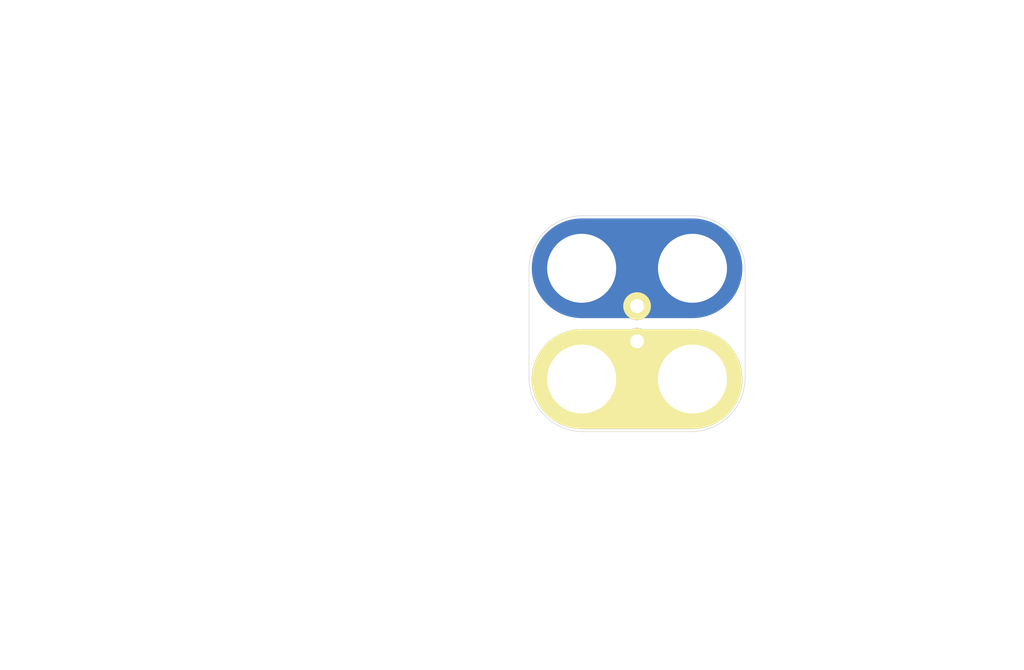
<source format=kicad_pcb>
(kicad_pcb (version 4) (host pcbnew 4.0.5-e0-6337~49~ubuntu16.04.1)

  (general
    (links 0)
    (no_connects 0)
    (area 104.572999 74.854999 178.510001 123.265001)
    (thickness 1.6)
    (drawings 17)
    (tracks 0)
    (zones 0)
    (modules 1)
    (nets 1)
  )

  (page USLetter)
  (title_block
    (title "2x2 All-Purpose 2.54mm Pitch Module")
    (date "13 Jan 2017")
    (rev 1.0)
    (company "All rights reserved.")
    (comment 1 help@browndoggadgets.com)
    (comment 2 http://browndoggadgets.com/)
    (comment 3 "Brown Dog Gadgets")
  )

  (layers
    (0 F.Cu signal)
    (31 B.Cu signal)
    (34 B.Paste user)
    (35 F.Paste user)
    (36 B.SilkS user)
    (37 F.SilkS user)
    (38 B.Mask user)
    (39 F.Mask user)
    (44 Edge.Cuts user)
    (46 B.CrtYd user)
    (47 F.CrtYd user)
    (48 B.Fab user)
    (49 F.Fab user)
  )

  (setup
    (last_trace_width 0.254)
    (user_trace_width 0.1524)
    (user_trace_width 0.254)
    (user_trace_width 0.3302)
    (user_trace_width 0.508)
    (user_trace_width 0.762)
    (user_trace_width 1.27)
    (trace_clearance 0.254)
    (zone_clearance 0.508)
    (zone_45_only no)
    (trace_min 0.1524)
    (segment_width 0.1524)
    (edge_width 0.1524)
    (via_size 0.6858)
    (via_drill 0.3302)
    (via_min_size 0.6858)
    (via_min_drill 0.3302)
    (user_via 0.6858 0.3302)
    (user_via 0.762 0.4064)
    (user_via 0.8636 0.508)
    (uvia_size 0.6858)
    (uvia_drill 0.3302)
    (uvias_allowed no)
    (uvia_min_size 0)
    (uvia_min_drill 0)
    (pcb_text_width 0.1524)
    (pcb_text_size 1.016 1.016)
    (mod_edge_width 0.1524)
    (mod_text_size 1.016 1.016)
    (mod_text_width 0.1524)
    (pad_size 1.524 1.524)
    (pad_drill 0.762)
    (pad_to_mask_clearance 0.0762)
    (solder_mask_min_width 0.1016)
    (pad_to_paste_clearance -0.0762)
    (aux_axis_origin 0 0)
    (visible_elements FFFEDF7D)
    (pcbplotparams
      (layerselection 0x310fc_80000001)
      (usegerberextensions true)
      (excludeedgelayer true)
      (linewidth 0.100000)
      (plotframeref false)
      (viasonmask false)
      (mode 1)
      (useauxorigin false)
      (hpglpennumber 1)
      (hpglpenspeed 20)
      (hpglpendiameter 15)
      (hpglpenoverlay 2)
      (psnegative false)
      (psa4output false)
      (plotreference true)
      (plotvalue true)
      (plotinvisibletext false)
      (padsonsilk false)
      (subtractmaskfromsilk false)
      (outputformat 1)
      (mirror false)
      (drillshape 0)
      (scaleselection 1)
      (outputdirectory gerbers))
  )

  (net 0 "")

  (net_class Default "This is the default net class."
    (clearance 0.254)
    (trace_width 0.254)
    (via_dia 0.6858)
    (via_drill 0.3302)
    (uvia_dia 0.6858)
    (uvia_drill 0.3302)
  )

  (module Crazy_Circuits:GENERIC-2.54MM-TH-2x2 (layer F.Cu) (tedit 587F2724) (tstamp 58793F52)
    (at 146.558 102.235)
    (descr "2.54mm pitch through hole centered 2x2")
    (fp_text reference "GEN 2.54MM PITCH" (at 4 -4) (layer F.Fab)
      (effects (font (size 1 1) (thickness 0.15)))
    )
    (fp_text value GENERIC-TH-2.54MM-PITCH (at 4 6) (layer F.Fab) hide
      (effects (font (size 1 1) (thickness 0.15)))
    )
    (fp_line (start 8 -8) (end 0 -8) (layer B.Cu) (width 7.2))
    (fp_line (start 8 0) (end 0 0) (layer B.Cu) (width 7.2))
    (fp_line (start 0 0) (end 8 0) (layer B.Mask) (width 7.2))
    (fp_line (start 8 -8) (end 0 -8) (layer B.Mask) (width 7.2))
    (fp_line (start 7.9 -11.8) (end 0.1 -11.8) (layer Edge.Cuts) (width 0.04064))
    (fp_line (start 7.9 3.8) (end 0.1 3.8) (layer Edge.Cuts) (width 0.04064))
    (fp_line (start 11.8 -0.1) (end 11.8 -7.9) (layer Edge.Cuts) (width 0.04064))
    (fp_line (start -3.8 -0.1) (end -3.8 -7.9) (layer Edge.Cuts) (width 0.04064))
    (fp_arc (start 7.9 -7.9) (end 7.9 -11.8) (angle 90) (layer Edge.Cuts) (width 0.04064))
    (fp_arc (start 7.9 -0.1) (end 11.8 -0.1) (angle 90) (layer Edge.Cuts) (width 0.04064))
    (fp_arc (start 0.1 -0.1) (end 0.1 3.8) (angle 90) (layer Edge.Cuts) (width 0.04064))
    (fp_arc (start 0.1 -7.9) (end -3.8 -7.9) (angle 90) (layer Edge.Cuts) (width 0.04064))
    (fp_line (start 7.9 -11.8) (end 0.1 -11.8) (layer F.Fab) (width 0.04064))
    (fp_line (start 7.9 3.8) (end 0.1 3.8) (layer F.Fab) (width 0.04064))
    (fp_line (start 11.8 -0.1) (end 11.8 -7.9) (layer F.Fab) (width 0.04064))
    (fp_line (start -3.8 -0.1) (end -3.8 -7.9) (layer F.Fab) (width 0.04064))
    (fp_arc (start 7.9 -7.9) (end 7.9 -11.8) (angle 90) (layer F.Fab) (width 0.04064))
    (fp_arc (start 7.9 -0.1) (end 11.8 -0.1) (angle 90) (layer F.Fab) (width 0.04064))
    (fp_arc (start 0.1 -0.1) (end 0.1 3.8) (angle 90) (layer F.Fab) (width 0.04064))
    (fp_arc (start 0.1 -7.9) (end -3.8 -7.9) (angle 90) (layer F.Fab) (width 0.04064))
    (fp_line (start 0 0) (end 8 0) (layer F.SilkS) (width 7.2))
    (pad 1 thru_hole circle (at 4 -5.27) (size 2 2) (drill 1.00076) (layers *.Cu *.Mask F.SilkS))
    (pad 2 thru_hole circle (at 4 -2.73 270) (size 1.9 1.9) (drill 1.00076) (layers *.Cu *.Mask F.SilkS))
    (pad 2 thru_hole circle (at 0 0) (size 6 6) (drill 4.98) (layers *.Cu *.Mask))
    (pad 1 thru_hole circle (at 0 -8) (size 6 6) (drill 4.98) (layers *.Cu *.Mask))
    (pad 1 thru_hole circle (at 8 -8) (size 6 6) (drill 4.98) (layers *.Cu *.Mask))
    (pad 2 thru_hole circle (at 8 0) (size 6 6) (drill 4.98) (layers *.Cu *.Mask))
  )

  (gr_circle (center 117.348 76.962) (end 118.618 76.962) (layer Dwgs.User) (width 0.15))
  (gr_line (start 114.427 78.994) (end 114.427 74.93) (angle 90) (layer Dwgs.User) (width 0.15))
  (gr_line (start 120.269 78.994) (end 114.427 78.994) (angle 90) (layer Dwgs.User) (width 0.15))
  (gr_line (start 120.269 74.93) (end 120.269 78.994) (angle 90) (layer Dwgs.User) (width 0.15))
  (gr_line (start 114.427 74.93) (end 120.269 74.93) (angle 90) (layer Dwgs.User) (width 0.15))
  (gr_line (start 120.523 93.98) (end 104.648 93.98) (angle 90) (layer Dwgs.User) (width 0.15))
  (gr_line (start 173.355 102.235) (end 173.355 94.615) (angle 90) (layer Dwgs.User) (width 0.15))
  (gr_line (start 178.435 102.235) (end 173.355 102.235) (angle 90) (layer Dwgs.User) (width 0.15))
  (gr_line (start 178.435 94.615) (end 178.435 102.235) (angle 90) (layer Dwgs.User) (width 0.15))
  (gr_line (start 173.355 94.615) (end 178.435 94.615) (angle 90) (layer Dwgs.User) (width 0.15))
  (gr_line (start 109.093 123.19) (end 109.093 114.3) (angle 90) (layer Dwgs.User) (width 0.15))
  (gr_line (start 122.428 123.19) (end 109.093 123.19) (angle 90) (layer Dwgs.User) (width 0.15))
  (gr_line (start 122.428 114.3) (end 122.428 123.19) (angle 90) (layer Dwgs.User) (width 0.15))
  (gr_line (start 109.093 114.3) (end 122.428 114.3) (angle 90) (layer Dwgs.User) (width 0.15))
  (gr_line (start 104.648 93.98) (end 104.648 82.55) (angle 90) (layer Dwgs.User) (width 0.15))
  (gr_line (start 120.523 82.55) (end 120.523 93.98) (angle 90) (layer Dwgs.User) (width 0.15))
  (gr_line (start 104.648 82.55) (end 120.523 82.55) (angle 90) (layer Dwgs.User) (width 0.15))

)

</source>
